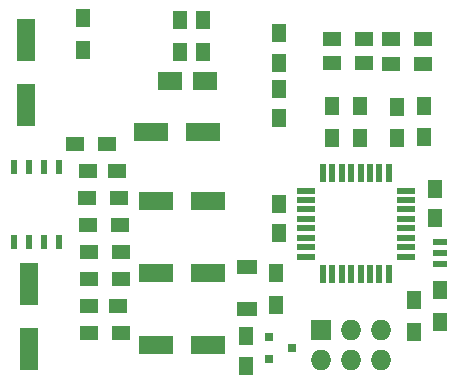
<source format=gbp>
%TF.GenerationSoftware,KiCad,Pcbnew,5.99.0-unknown-c3175b4~86~ubuntu16.04.1*%
%TF.CreationDate,2019-10-16T11:56:15+02:00*%
%TF.ProjectId,atmegax8_with_bluetooth,61746d65-6761-4783-985f-776974685f62,rev?*%
%TF.SameCoordinates,Original*%
%TF.FileFunction,Paste,Bot*%
%TF.FilePolarity,Positive*%
%FSLAX46Y46*%
G04 Gerber Fmt 4.6, Leading zero omitted, Abs format (unit mm)*
G04 Created by KiCad (PCBNEW 5.99.0-unknown-c3175b4~86~ubuntu16.04.1) date 2019-10-16 11:56:15*
%MOMM*%
%LPD*%
G04 APERTURE LIST*
%ADD10R,1.250000X1.500000*%
%ADD11R,1.600000X0.550000*%
%ADD12R,0.550000X1.600000*%
%ADD13R,1.300000X0.600000*%
%ADD14R,0.508000X1.143000*%
%ADD15R,1.600200X3.599180*%
%ADD16R,2.148840X1.501140*%
%ADD17R,1.500000X1.250000*%
%ADD18R,1.300000X1.500000*%
%ADD19R,0.800100X0.800100*%
%ADD20R,1.700000X1.300000*%
%ADD21R,1.727200X1.727200*%
%ADD22O,1.727200X1.727200*%
%ADD23R,2.999740X1.600200*%
%ADD24R,3.000000X1.600000*%
%ADD25R,1.500000X1.300000*%
G04 APERTURE END LIST*
D10*
%TO.C,C24*%
X94805500Y-150221000D03*
X94805500Y-147721000D03*
%TD*%
D11*
%TO.C,IC1*%
X105585840Y-156324800D03*
X105585840Y-157124800D03*
X105585840Y-157924800D03*
X105585840Y-158724800D03*
X105585840Y-159524800D03*
X105585840Y-160324800D03*
X105585840Y-161124800D03*
X105585840Y-161924800D03*
D12*
X104135840Y-163374800D03*
X103335840Y-163374800D03*
X102535840Y-163374800D03*
X101735840Y-163374800D03*
X100935840Y-163374800D03*
X100135840Y-163374800D03*
X99335840Y-163374800D03*
X98535840Y-163374800D03*
D11*
X97085840Y-161924800D03*
X97085840Y-161124800D03*
X97085840Y-160324800D03*
X97085840Y-159524800D03*
X97085840Y-158724800D03*
X97085840Y-157924800D03*
X97085840Y-157124800D03*
X97085840Y-156324800D03*
D12*
X98535840Y-154874800D03*
X99335840Y-154874800D03*
X100135840Y-154874800D03*
X100935840Y-154874800D03*
X101735840Y-154874800D03*
X102535840Y-154874800D03*
X103335840Y-154874800D03*
X104135840Y-154874800D03*
%TD*%
D13*
%TO.C,Y1*%
X108452920Y-161607460D03*
X108452920Y-160657460D03*
X108452920Y-162557460D03*
%TD*%
D14*
%TO.C,U3*%
X76200000Y-154345640D03*
X74930000Y-154345640D03*
X73660000Y-154345640D03*
X72390000Y-154345640D03*
X72390000Y-160695640D03*
X73660000Y-160695640D03*
X74930000Y-160695640D03*
X76200000Y-160695640D03*
%TD*%
D15*
%TO.C,C14*%
X73660000Y-164269420D03*
X73660000Y-169771060D03*
%TD*%
D16*
%TO.C,C22*%
X85598000Y-147066000D03*
X88600280Y-147066000D03*
%TD*%
D17*
%TO.C,C15*%
X78658400Y-154686000D03*
X81158400Y-154686000D03*
%TD*%
D18*
%TO.C,R25*%
X88419440Y-144595840D03*
X88419440Y-141895840D03*
%TD*%
D10*
%TO.C,C4*%
X108013500Y-158666500D03*
X108013500Y-156166500D03*
%TD*%
D19*
%TO.C,U4*%
X95971360Y-169636440D03*
X93972380Y-168686440D03*
X93972380Y-170586440D03*
%TD*%
D10*
%TO.C,C1*%
X94869000Y-159936500D03*
X94869000Y-157436500D03*
%TD*%
%TO.C,C5*%
X91998800Y-168676000D03*
X91998800Y-171176000D03*
%TD*%
D18*
%TO.C,R3*%
X101716840Y-149160240D03*
X101716840Y-151860240D03*
%TD*%
D20*
%TO.C,D1*%
X92146120Y-166331840D03*
X92146120Y-162831840D03*
%TD*%
D21*
%TO.C,P2*%
X98425000Y-168148000D03*
D22*
X98425000Y-170688000D03*
X100965000Y-168148000D03*
X100965000Y-170688000D03*
X103505000Y-168148000D03*
X103505000Y-170688000D03*
%TD*%
D23*
%TO.C,C20*%
X88788240Y-157226000D03*
X84388960Y-157226000D03*
%TD*%
D24*
%TO.C,C19*%
X88433000Y-151384000D03*
X84033000Y-151384000D03*
%TD*%
D23*
%TO.C,C21*%
X84388960Y-169418000D03*
X88788240Y-169418000D03*
%TD*%
D18*
%TO.C,R2*%
X99288600Y-149160240D03*
X99288600Y-151860240D03*
%TD*%
D25*
%TO.C,R23*%
X81440000Y-168402000D03*
X78740000Y-168402000D03*
%TD*%
D10*
%TO.C,C3*%
X94869000Y-143022000D03*
X94869000Y-145522000D03*
%TD*%
D18*
%TO.C,R5*%
X106301540Y-168319440D03*
X106301540Y-165619440D03*
%TD*%
%TO.C,R6*%
X108452920Y-164719000D03*
X108452920Y-167419000D03*
%TD*%
D23*
%TO.C,C6*%
X88813640Y-163322000D03*
X84414360Y-163322000D03*
%TD*%
D15*
%TO.C,C9*%
X73400920Y-149064980D03*
X73400920Y-143563340D03*
%TD*%
D25*
%TO.C,R8*%
X78740000Y-161544000D03*
X81440000Y-161544000D03*
%TD*%
D18*
%TO.C,R9*%
X78232000Y-144415500D03*
X78232000Y-141715500D03*
%TD*%
%TO.C,R13*%
X107127040Y-149127220D03*
X107127040Y-151827220D03*
%TD*%
D25*
%TO.C,R15*%
X81309200Y-156972000D03*
X78609200Y-156972000D03*
%TD*%
D17*
%TO.C,C16*%
X78740000Y-166116000D03*
X81240000Y-166116000D03*
%TD*%
D25*
%TO.C,R18*%
X81440000Y-163830000D03*
X78740000Y-163830000D03*
%TD*%
D18*
%TO.C,R19*%
X104792780Y-151909760D03*
X104792780Y-149209760D03*
%TD*%
D25*
%TO.C,R20*%
X80280500Y-152400000D03*
X77580500Y-152400000D03*
%TD*%
%TO.C,R21*%
X78634600Y-159258000D03*
X81334600Y-159258000D03*
%TD*%
%TO.C,R26*%
X107012720Y-143479520D03*
X104312720Y-143479520D03*
%TD*%
D18*
%TO.C,R27*%
X86423500Y-141906000D03*
X86423500Y-144606000D03*
%TD*%
D25*
%TO.C,D2*%
X99308920Y-143479520D03*
X102008920Y-143479520D03*
%TD*%
%TO.C,D3*%
X102024160Y-145562320D03*
X99324160Y-145562320D03*
%TD*%
%TO.C,R31*%
X104333040Y-145587720D03*
X107033040Y-145587720D03*
%TD*%
D18*
%TO.C,R7*%
X94554040Y-163300420D03*
X94554040Y-166000420D03*
%TD*%
M02*

</source>
